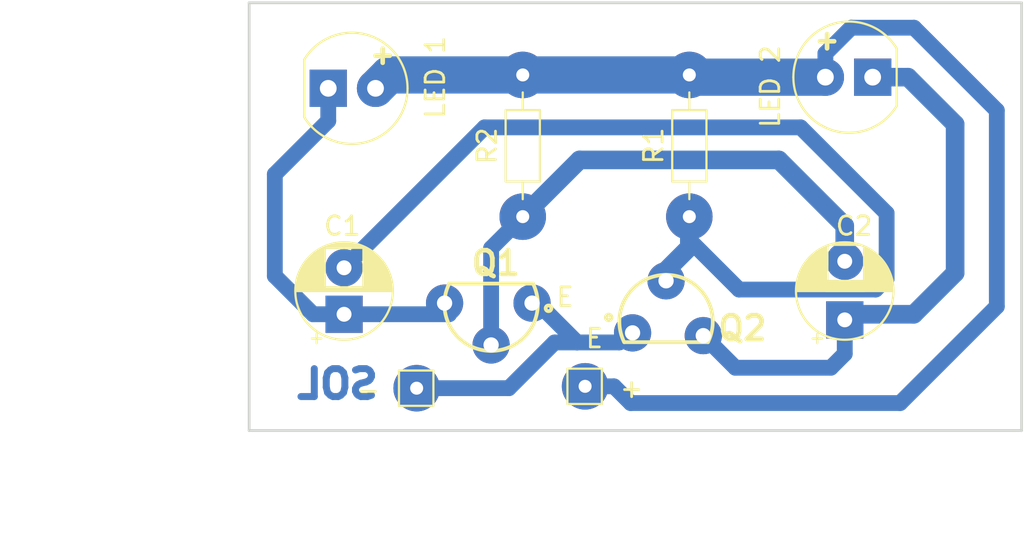
<source format=kicad_pcb>
(kicad_pcb (version 20171130) (host pcbnew "(5.1.0)-1")

  (general
    (thickness 1.6)
    (drawings 11)
    (tracks 52)
    (zones 0)
    (modules 10)
    (nets 1)
  )

  (page A4)
  (layers
    (0 F.Cu signal)
    (31 B.Cu signal hide)
    (32 B.Adhes user)
    (33 F.Adhes user)
    (34 B.Paste user)
    (35 F.Paste user)
    (36 B.SilkS user)
    (37 F.SilkS user)
    (38 B.Mask user)
    (39 F.Mask user)
    (40 Dwgs.User user hide)
    (41 Cmts.User user)
    (42 Eco1.User user)
    (43 Eco2.User user)
    (44 Edge.Cuts user)
    (45 Margin user)
    (46 B.CrtYd user hide)
    (47 F.CrtYd user hide)
    (48 B.Fab user hide)
    (49 F.Fab user hide)
  )

  (setup
    (last_trace_width 0.25)
    (user_trace_width 0.85)
    (user_trace_width 1)
    (user_trace_width 2)
    (user_trace_width 3)
    (trace_clearance 0.2)
    (zone_clearance 0.508)
    (zone_45_only no)
    (trace_min 0.2)
    (via_size 0.8)
    (via_drill 0.4)
    (via_min_size 0.4)
    (via_min_drill 0.3)
    (uvia_size 0.3)
    (uvia_drill 0.1)
    (uvias_allowed no)
    (uvia_min_size 0.2)
    (uvia_min_drill 0.1)
    (edge_width 0.15)
    (segment_width 0.2)
    (pcb_text_width 0.3)
    (pcb_text_size 1.5 1.5)
    (mod_edge_width 0.15)
    (mod_text_size 1 1)
    (mod_text_width 0.15)
    (pad_size 2 2)
    (pad_drill 0.82)
    (pad_to_mask_clearance 0.051)
    (solder_mask_min_width 0.25)
    (aux_axis_origin 0 0)
    (visible_elements 7FFFFF7F)
    (pcbplotparams
      (layerselection 0x00020_7ffffffe)
      (usegerberextensions false)
      (usegerberattributes false)
      (usegerberadvancedattributes false)
      (creategerberjobfile false)
      (excludeedgelayer false)
      (linewidth 0.100000)
      (plotframeref false)
      (viasonmask false)
      (mode 1)
      (useauxorigin false)
      (hpglpennumber 1)
      (hpglpenspeed 20)
      (hpglpendiameter 15.000000)
      (psnegative false)
      (psa4output false)
      (plotreference true)
      (plotvalue true)
      (plotinvisibletext false)
      (padsonsilk false)
      (subtractmaskfromsilk false)
      (outputformat 4)
      (mirror false)
      (drillshape 0)
      (scaleselection 1)
      (outputdirectory "output/"))
  )

  (net 0 "")

  (net_class Default "This is the default net class."
    (clearance 0.2)
    (trace_width 0.25)
    (via_dia 0.8)
    (via_drill 0.4)
    (uvia_dia 0.3)
    (uvia_drill 0.1)
  )

  (module LED_THT:LED_D5.0mm_IRBlack (layer F.Cu) (tedit 5CBFCE83) (tstamp 5CA5EDBF)
    (at 122.5 85 180)
    (descr "LED, diameter 5.0mm, 2 pins, http://cdn-reichelt.de/documents/datenblatt/A500/LL-504BC2E-009.pdf")
    (tags "LED diameter 5.0mm 2 pins")
    (fp_text reference "LED 2" (at 5.5 -0.5 270) (layer F.SilkS)
      (effects (font (size 1 1) (thickness 0.15)))
    )
    (fp_text value LED_D5.0mm_IRBlack (at 1.27 3.96 180) (layer F.Fab)
      (effects (font (size 1 1) (thickness 0.15)))
    )
    (fp_text user %R (at 1.25 0 180) (layer F.Fab)
      (effects (font (size 0.8 0.8) (thickness 0.2)))
    )
    (fp_line (start -1.23 -1.469694) (end -1.23 1.469694) (layer F.Fab) (width 0.1))
    (fp_line (start -1.29 -1.545) (end -1.29 1.545) (layer F.SilkS) (width 0.12))
    (fp_line (start -1.95 -3.25) (end -1.95 3.25) (layer F.CrtYd) (width 0.05))
    (fp_line (start -1.95 3.25) (end 4.5 3.25) (layer F.CrtYd) (width 0.05))
    (fp_line (start 4.5 3.25) (end 4.5 -3.25) (layer F.CrtYd) (width 0.05))
    (fp_line (start 4.5 -3.25) (end -1.95 -3.25) (layer F.CrtYd) (width 0.05))
    (fp_circle (center 1.27 0) (end 3.77 0) (layer F.Fab) (width 0.1))
    (fp_arc (start 1.27 0) (end -1.23 -1.469694) (angle 299.1) (layer F.Fab) (width 0.1))
    (fp_arc (start 1.27 0) (end -1.29 -1.54483) (angle 148.9) (layer F.SilkS) (width 0.12))
    (fp_arc (start 1.27 0) (end -1.29 1.54483) (angle -148.9) (layer F.SilkS) (width 0.12))
    (pad 1 thru_hole rect (at 0 0 180) (size 2 2) (drill 0.9) (layers *.Cu *.Mask))
    (pad 2 thru_hole circle (at 2.54 0 180) (size 2 2) (drill 0.9) (layers *.Cu *.Mask))
    (model ${KISYS3DMOD}/LED_THT.3dshapes/LED_D5.0mm_IRBlack.wrl
      (at (xyz 0 0 0))
      (scale (xyz 1 1 1))
      (rotate (xyz 0 0 0))
    )
  )

  (module LED_THT:LED_D5.0mm_IRBlack (layer F.Cu) (tedit 5CBFCE29) (tstamp 5CA5ED2E)
    (at 93.25 85.6)
    (descr "LED, diameter 5.0mm, 2 pins, http://cdn-reichelt.de/documents/datenblatt/A500/LL-504BC2E-009.pdf")
    (tags "LED diameter 5.0mm 2 pins")
    (fp_text reference "LED 1" (at 5.75 -0.6 90) (layer F.SilkS)
      (effects (font (size 1 1) (thickness 0.15)))
    )
    (fp_text value LED_D5.0mm_IRBlack (at 1.27 3.96) (layer F.Fab)
      (effects (font (size 1 1) (thickness 0.15)))
    )
    (fp_arc (start 1.27 0) (end -1.29 1.54483) (angle -148.9) (layer F.SilkS) (width 0.12))
    (fp_arc (start 1.27 0) (end -1.29 -1.54483) (angle 148.9) (layer F.SilkS) (width 0.12))
    (fp_arc (start 1.27 0) (end -1.23 -1.469694) (angle 299.1) (layer F.Fab) (width 0.1))
    (fp_circle (center 1.27 0) (end 3.77 0) (layer F.Fab) (width 0.1))
    (fp_line (start 4.5 -3.25) (end -1.95 -3.25) (layer F.CrtYd) (width 0.05))
    (fp_line (start 4.5 3.25) (end 4.5 -3.25) (layer F.CrtYd) (width 0.05))
    (fp_line (start -1.95 3.25) (end 4.5 3.25) (layer F.CrtYd) (width 0.05))
    (fp_line (start -1.95 -3.25) (end -1.95 3.25) (layer F.CrtYd) (width 0.05))
    (fp_line (start -1.29 -1.545) (end -1.29 1.545) (layer F.SilkS) (width 0.12))
    (fp_line (start -1.23 -1.469694) (end -1.23 1.469694) (layer F.Fab) (width 0.1))
    (fp_text user %R (at 1.25 0) (layer F.Fab)
      (effects (font (size 0.8 0.8) (thickness 0.2)))
    )
    (pad 2 thru_hole circle (at 2.54 0) (size 2 2) (drill 0.9) (layers *.Cu *.Mask))
    (pad 1 thru_hole rect (at 0 0) (size 2 2) (drill 0.9) (layers *.Cu *.Mask))
    (model ${KISYS3DMOD}/LED_THT.3dshapes/LED_D5.0mm_IRBlack.wrl
      (at (xyz 0 0 0))
      (scale (xyz 1 1 1))
      (rotate (xyz 0 0 0))
    )
  )

  (module Custom_LIB:BC547BBU (layer F.Cu) (tedit 5CA8A931) (tstamp 5CA8AAD3)
    (at 111.4 97.85)
    (descr "TO−92 3 4.825x4.76 CASE 135AN ISSUE O")
    (tags "Transistor BJT NPN")
    (fp_text reference Q2 (at 4.1 0.65) (layer F.SilkS)
      (effects (font (size 1.27 1.27) (thickness 0.254)))
    )
    (fp_text value SS9018HBU (at -0.35 0.584) (layer F.SilkS) hide
      (effects (font (size 1.27 1.27) (thickness 0.254)))
    )
    (fp_arc (start -0.000005 0.288545) (end -2.25 1.4) (angle 232.6) (layer Dwgs.User) (width 0.2))
    (fp_arc (start 0 0.28924) (end -2.25 1.4) (angle 232.5) (layer F.SilkS) (width 0.2))
    (fp_circle (center -3.084 0.07) (end -3.084 0.123) (layer F.SilkS) (width 0.2))
    (fp_line (start -2.25006 1.39989) (end 2.25 1.39989) (layer Dwgs.User) (width 0.2))
    (fp_line (start -2.25 1.4) (end 2.25 1.4) (layer F.SilkS) (width 0.2))
    (pad 3 thru_hole circle (at 2 1.05) (size 2 2) (drill 0.82) (layers *.Cu *.Mask))
    (pad 2 thru_hole circle (at 0 -1.9) (size 2 2) (drill 0.82) (layers *.Cu *.Mask))
    (pad 1 thru_hole circle (at -1.8 0.9) (size 2 2) (drill 0.82) (layers *.Cu *.Mask))
  )

  (module Custom_LIB:BC547BBU (layer F.Cu) (tedit 5CA8A8DD) (tstamp 5CA6BE49)
    (at 102 97.5 180)
    (descr "TO−92 3 4.825x4.76 CASE 135AN ISSUE O")
    (tags "Transistor BJT NPN")
    (fp_text reference Q1 (at -0.25 2.5 180) (layer F.SilkS)
      (effects (font (size 1.27 1.27) (thickness 0.254)))
    )
    (fp_text value SS9018HBU (at -0.35 0.584 180) (layer F.SilkS) hide
      (effects (font (size 1.27 1.27) (thickness 0.254)))
    )
    (fp_line (start -2.25 1.4) (end 2.25 1.4) (layer F.SilkS) (width 0.2))
    (fp_line (start -2.25006 1.39989) (end 2.25 1.39989) (layer Dwgs.User) (width 0.2))
    (fp_circle (center -3.084 0.07) (end -3.084 0.123) (layer F.SilkS) (width 0.2))
    (fp_arc (start 0 0.28924) (end -2.25 1.4) (angle 232.5) (layer F.SilkS) (width 0.2))
    (fp_arc (start -0.000005 0.288545) (end -2.25 1.4) (angle 232.6) (layer Dwgs.User) (width 0.2))
    (pad 1 thru_hole circle (at -2.2 0.35 180) (size 2 2) (drill 0.82) (layers *.Cu *.Mask))
    (pad 2 thru_hole circle (at 0 -1.9 180) (size 2 2) (drill 0.82) (layers *.Cu *.Mask))
    (pad 3 thru_hole circle (at 2.5 0.35 180) (size 2 2) (drill 0.82) (layers *.Cu *.Mask))
  )

  (module Capacitor_THT:CP_Radial_D5.0mm_P2.50mm (layer F.Cu) (tedit 5CA5E2A5) (tstamp 5CA65A31)
    (at 121 97.75 90)
    (descr "CP, Radial series, Radial, pin pitch=2.50mm, , diameter=5mm, Electrolytic Capacitor")
    (tags "CP Radial series Radial pin pitch 2.50mm  diameter 5mm Electrolytic Capacitor")
    (fp_text reference C2 (at 4.75 0.5 180) (layer F.SilkS)
      (effects (font (size 1 1) (thickness 0.15)))
    )
    (fp_text value CP_Radial_D5.0mm_P2.50mm (at 1.25 3.75 90) (layer F.Fab)
      (effects (font (size 1 1) (thickness 0.15)))
    )
    (fp_text user %R (at 1.25 0 90) (layer F.Fab)
      (effects (font (size 1 1) (thickness 0.15)))
    )
    (fp_line (start -1.304775 -1.725) (end -1.304775 -1.225) (layer F.SilkS) (width 0.12))
    (fp_line (start -1.554775 -1.475) (end -1.054775 -1.475) (layer F.SilkS) (width 0.12))
    (fp_line (start 3.851 -0.284) (end 3.851 0.284) (layer F.SilkS) (width 0.12))
    (fp_line (start 3.811 -0.518) (end 3.811 0.518) (layer F.SilkS) (width 0.12))
    (fp_line (start 3.531 1.04) (end 3.531 1.251) (layer F.SilkS) (width 0.12))
    (fp_line (start 3.531 -1.251) (end 3.675 -0.9) (layer F.SilkS) (width 0.12))
    (fp_line (start 3.491 1.04) (end 3.491 1.319) (layer F.SilkS) (width 0.12))
    (fp_line (start 3.491 -1.319) (end 3.491 -1.04) (layer F.SilkS) (width 0.12))
    (fp_line (start 3.451 1.04) (end 3.451 1.383) (layer F.SilkS) (width 0.12))
    (fp_line (start 3.451 -1.383) (end 3.451 -1.04) (layer F.SilkS) (width 0.12))
    (fp_line (start 3.411 1.04) (end 3.411 1.443) (layer F.SilkS) (width 0.12))
    (fp_line (start 3.411 -1.443) (end 3.411 -1.04) (layer F.SilkS) (width 0.12))
    (fp_line (start 3.371 1.04) (end 3.371 1.5) (layer F.SilkS) (width 0.12))
    (fp_line (start 3.371 -1.5) (end 3.371 -1.04) (layer F.SilkS) (width 0.12))
    (fp_line (start 3.331 1.04) (end 3.331 1.554) (layer F.SilkS) (width 0.12))
    (fp_line (start 3.331 -1.554) (end 3.331 -1.04) (layer F.SilkS) (width 0.12))
    (fp_line (start 3.291 1.04) (end 3.291 1.605) (layer F.SilkS) (width 0.12))
    (fp_line (start 3.291 -1.605) (end 3.291 -1.04) (layer F.SilkS) (width 0.12))
    (fp_line (start 3.251 1.04) (end 3.251 1.653) (layer F.SilkS) (width 0.12))
    (fp_line (start 3.251 -1.653) (end 3.251 -1.04) (layer F.SilkS) (width 0.12))
    (fp_line (start 3.211 1.04) (end 3.211 1.699) (layer F.SilkS) (width 0.12))
    (fp_line (start 3.211 -1.699) (end 3.211 -1.04) (layer F.SilkS) (width 0.12))
    (fp_line (start 3.171 1.04) (end 3.171 1.743) (layer F.SilkS) (width 0.12))
    (fp_line (start 3.171 -1.743) (end 3.171 -1.04) (layer F.SilkS) (width 0.12))
    (fp_line (start 3.131 1.04) (end 3.131 1.785) (layer F.SilkS) (width 0.12))
    (fp_line (start 3.131 -1.785) (end 3.131 -1.04) (layer F.SilkS) (width 0.12))
    (fp_line (start 3.091 1.04) (end 3.091 1.826) (layer F.SilkS) (width 0.12))
    (fp_line (start 3.091 -1.826) (end 3.091 -1.04) (layer F.SilkS) (width 0.12))
    (fp_line (start 3.051 1.04) (end 3.051 1.864) (layer F.SilkS) (width 0.12))
    (fp_line (start 3.051 -1.864) (end 3.051 -1.04) (layer F.SilkS) (width 0.12))
    (fp_line (start 3.011 1.04) (end 3.011 1.901) (layer F.SilkS) (width 0.12))
    (fp_line (start 3.011 -1.901) (end 3.011 -1.04) (layer F.SilkS) (width 0.12))
    (fp_line (start 2.971 1.04) (end 2.971 1.937) (layer F.SilkS) (width 0.12))
    (fp_line (start 2.971 -1.937) (end 2.971 -1.04) (layer F.SilkS) (width 0.12))
    (fp_line (start 2.931 1.04) (end 2.931 1.971) (layer F.SilkS) (width 0.12))
    (fp_line (start 2.931 -1.971) (end 2.931 -1.04) (layer F.SilkS) (width 0.12))
    (fp_line (start 2.891 1.04) (end 2.891 2.004) (layer F.SilkS) (width 0.12))
    (fp_line (start 2.891 -2.004) (end 2.891 -1.04) (layer F.SilkS) (width 0.12))
    (fp_line (start 2.851 1.04) (end 2.851 2.035) (layer F.SilkS) (width 0.12))
    (fp_line (start 2.851 -2.035) (end 2.851 -1.04) (layer F.SilkS) (width 0.12))
    (fp_line (start 2.811 1.04) (end 2.811 2.065) (layer F.SilkS) (width 0.12))
    (fp_line (start 2.811 -2.065) (end 2.811 -1.04) (layer F.SilkS) (width 0.12))
    (fp_line (start 2.771 1.04) (end 2.771 2.095) (layer F.SilkS) (width 0.12))
    (fp_line (start 2.771 -2.095) (end 2.771 -1.04) (layer F.SilkS) (width 0.12))
    (fp_line (start 2.731 1.04) (end 2.731 2.122) (layer F.SilkS) (width 0.12))
    (fp_line (start 2.731 -2.122) (end 2.731 -1.04) (layer F.SilkS) (width 0.12))
    (fp_line (start 2.691 1.04) (end 2.691 2.149) (layer F.SilkS) (width 0.12))
    (fp_line (start 2.691 -2.149) (end 2.691 -1.04) (layer F.SilkS) (width 0.12))
    (fp_line (start 2.651 1.04) (end 2.651 2.175) (layer F.SilkS) (width 0.12))
    (fp_line (start 2.651 -2.175) (end 2.651 -1.04) (layer F.SilkS) (width 0.12))
    (fp_line (start 2.611 1.04) (end 2.611 2.2) (layer F.SilkS) (width 0.12))
    (fp_line (start 2.611 -2.2) (end 2.611 -1.04) (layer F.SilkS) (width 0.12))
    (fp_line (start 2.571 1.04) (end 2.571 2.224) (layer F.SilkS) (width 0.12))
    (fp_line (start 2.571 -2.224) (end 2.571 -1.04) (layer F.SilkS) (width 0.12))
    (fp_line (start 2.531 1.04) (end 2.531 2.247) (layer F.SilkS) (width 0.12))
    (fp_line (start 2.531 -2.247) (end 2.531 -1.04) (layer F.SilkS) (width 0.12))
    (fp_line (start 2.491 1.04) (end 2.491 2.268) (layer F.SilkS) (width 0.12))
    (fp_line (start 2.491 -2.268) (end 2.491 -1.04) (layer F.SilkS) (width 0.12))
    (fp_line (start 2.451 1.04) (end 2.451 2.29) (layer F.SilkS) (width 0.12))
    (fp_line (start 2.451 -2.29) (end 2.451 -1.04) (layer F.SilkS) (width 0.12))
    (fp_line (start 2.411 1.04) (end 2.411 2.31) (layer F.SilkS) (width 0.12))
    (fp_line (start 2.411 -2.31) (end 2.411 -1.04) (layer F.SilkS) (width 0.12))
    (fp_line (start 2.371 1.04) (end 2.371 2.329) (layer F.SilkS) (width 0.12))
    (fp_line (start 2.371 -2.329) (end 2.371 -1.04) (layer F.SilkS) (width 0.12))
    (fp_line (start 2.331 1.04) (end 2.331 2.348) (layer F.SilkS) (width 0.12))
    (fp_line (start 2.331 -2.348) (end 2.331 -1.04) (layer F.SilkS) (width 0.12))
    (fp_line (start 2.291 1.04) (end 2.291 2.365) (layer F.SilkS) (width 0.12))
    (fp_line (start 2.291 -2.365) (end 2.291 -1.04) (layer F.SilkS) (width 0.12))
    (fp_line (start 2.251 1.04) (end 2.251 2.382) (layer F.SilkS) (width 0.12))
    (fp_line (start 2.251 -2.382) (end 2.251 -1.04) (layer F.SilkS) (width 0.12))
    (fp_line (start 2.211 1.04) (end 2.211 2.398) (layer F.SilkS) (width 0.12))
    (fp_line (start 2.211 -2.398) (end 2.211 -1.04) (layer F.SilkS) (width 0.12))
    (fp_line (start 2.171 1.04) (end 2.171 2.414) (layer F.SilkS) (width 0.12))
    (fp_line (start 2.171 -2.414) (end 2.171 -1.04) (layer F.SilkS) (width 0.12))
    (fp_line (start 2.131 1.04) (end 2.131 2.428) (layer F.SilkS) (width 0.12))
    (fp_line (start 2.131 -2.428) (end 2.131 -1.04) (layer F.SilkS) (width 0.12))
    (fp_line (start 2.091 1.04) (end 2.091 2.442) (layer F.SilkS) (width 0.12))
    (fp_line (start 2.091 -2.442) (end 2.091 -1.04) (layer F.SilkS) (width 0.12))
    (fp_line (start 2.051 1.04) (end 2.051 2.455) (layer F.SilkS) (width 0.12))
    (fp_line (start 2.051 -2.455) (end 2.051 -1.04) (layer F.SilkS) (width 0.12))
    (fp_line (start 2.011 1.04) (end 2.011 2.468) (layer F.SilkS) (width 0.12))
    (fp_line (start 2.011 -2.468) (end 2.011 -1.04) (layer F.SilkS) (width 0.12))
    (fp_line (start 1.971 1.04) (end 1.971 2.48) (layer F.SilkS) (width 0.12))
    (fp_line (start 1.971 -2.48) (end 1.971 -1.04) (layer F.SilkS) (width 0.12))
    (fp_line (start 1.93 1.04) (end 1.93 2.491) (layer F.SilkS) (width 0.12))
    (fp_line (start 1.93 -2.491) (end 1.93 -1.04) (layer F.SilkS) (width 0.12))
    (fp_line (start 1.89 1.04) (end 1.89 2.501) (layer F.SilkS) (width 0.12))
    (fp_line (start 1.89 -2.501) (end 1.89 -1.04) (layer F.SilkS) (width 0.12))
    (fp_line (start 1.85 1.04) (end 1.85 2.511) (layer F.SilkS) (width 0.12))
    (fp_line (start 1.85 -2.511) (end 1.85 -1.04) (layer F.SilkS) (width 0.12))
    (fp_line (start 1.81 1.04) (end 1.81 2.52) (layer F.SilkS) (width 0.12))
    (fp_line (start 1.81 -2.52) (end 1.81 -1.04) (layer F.SilkS) (width 0.12))
    (fp_line (start 1.77 1.04) (end 1.77 2.528) (layer F.SilkS) (width 0.12))
    (fp_line (start 1.77 -2.528) (end 1.77 -1.04) (layer F.SilkS) (width 0.12))
    (fp_line (start 1.73 1.04) (end 1.73 2.536) (layer F.SilkS) (width 0.12))
    (fp_line (start 1.73 -2.536) (end 1.73 -1.04) (layer F.SilkS) (width 0.12))
    (fp_line (start 1.69 1.04) (end 1.69 2.543) (layer F.SilkS) (width 0.12))
    (fp_line (start 1.69 -2.543) (end 1.69 -1.04) (layer F.SilkS) (width 0.12))
    (fp_line (start 1.65 1.04) (end 1.65 2.55) (layer F.SilkS) (width 0.12))
    (fp_line (start 1.65 -2.55) (end 1.65 -1.04) (layer F.SilkS) (width 0.12))
    (fp_line (start 1.61 1.04) (end 1.61 2.556) (layer F.SilkS) (width 0.12))
    (fp_line (start 1.61 -2.556) (end 1.61 -1.04) (layer F.SilkS) (width 0.12))
    (fp_line (start 1.57 1.04) (end 1.57 2.561) (layer F.SilkS) (width 0.12))
    (fp_line (start 1.57 -2.561) (end 1.57 -1.04) (layer F.SilkS) (width 0.12))
    (fp_line (start 1.53 1.04) (end 1.53 2.565) (layer F.SilkS) (width 0.12))
    (fp_line (start 1.53 -2.565) (end 1.53 -1.04) (layer F.SilkS) (width 0.12))
    (fp_line (start 1.49 1.04) (end 1.49 2.569) (layer F.SilkS) (width 0.12))
    (fp_line (start 1.49 -2.569) (end 1.49 -1.04) (layer F.SilkS) (width 0.12))
    (fp_line (start 1.41 -2.576) (end 1.41 2.576) (layer F.SilkS) (width 0.12))
    (fp_line (start 1.37 -2.578) (end 1.37 2.578) (layer F.SilkS) (width 0.12))
    (fp_line (start 1.33 -2.579) (end 1.33 2.579) (layer F.SilkS) (width 0.12))
    (fp_line (start 1.29 -2.58) (end 1.29 2.58) (layer F.SilkS) (width 0.12))
    (fp_line (start 1.25 -2.58) (end 1.25 2.58) (layer F.SilkS) (width 0.12))
    (fp_line (start -0.633605 -1.3375) (end -0.633605 -0.8375) (layer F.Fab) (width 0.1))
    (fp_line (start -0.883605 -1.0875) (end -0.383605 -1.0875) (layer F.Fab) (width 0.1))
    (fp_circle (center 1.25 0) (end 4 0) (layer F.CrtYd) (width 0.05))
    (fp_circle (center 1.25 0) (end 3.87 0) (layer F.SilkS) (width 0.12))
    (fp_circle (center 1.25 0) (end 3.75 0) (layer F.Fab) (width 0.1))
    (fp_poly (pts (xy 1.775 -0.75) (xy 1.775 1) (xy 1.275 1) (xy 1.275 -1)
      (xy 1.775 -1)) (layer F.SilkS) (width 0.15))
    (fp_poly (pts (xy 1.65 -1.45) (xy 3.4 -1.45) (xy 3.4 -0.95) (xy 1.4 -0.95)
      (xy 1.4 -1.45)) (layer F.SilkS) (width 0.15))
    (fp_line (start 2.675 -0.95) (end 3.6 -0.95) (layer F.SilkS) (width 0.15))
    (fp_line (start 2.6 -1.05) (end 3.525 -1.05) (layer F.SilkS) (width 0.15))
    (fp_line (start 3.75 0.275) (end 3.75 -0.65) (layer F.SilkS) (width 0.15))
    (fp_line (start 3.75 0.75) (end 3.75 0.3) (layer F.SilkS) (width 0.15))
    (pad 2 thru_hole circle (at 2.85 0 90) (size 2 2) (drill 0.8) (layers *.Cu *.Mask))
    (pad 1 thru_hole rect (at -0.3 0 90) (size 2 2) (drill 0.8) (layers *.Cu *.Mask))
    (model ${KISYS3DMOD}/Capacitor_THT.3dshapes/CP_Radial_D5.0mm_P2.50mm.wrl
      (at (xyz 0 0 0))
      (scale (xyz 1 1 1))
      (rotate (xyz 0 0 0))
    )
  )

  (module Resistor_THT:R_Axial_DIN0204_L3.6mm_D1.6mm_P7.62mm_Horizontal (layer F.Cu) (tedit 5CA5E218) (tstamp 5CBD9F31)
    (at 112.65 92.5 90)
    (descr "Resistor, Axial_DIN0204 series, Axial, Horizontal, pin pitch=7.62mm, 0.167W, length*diameter=3.6*1.6mm^2, http://cdn-reichelt.de/documents/datenblatt/B400/1_4W%23YAG.pdf")
    (tags "Resistor Axial_DIN0204 series Axial Horizontal pin pitch 7.62mm 0.167W length 3.6mm diameter 1.6mm")
    (fp_text reference R1 (at 3.81 -1.92 90) (layer F.SilkS)
      (effects (font (size 1 1) (thickness 0.15)))
    )
    (fp_text value R_Axial_DIN0204_L3.6mm_D1.6mm_P7.62mm_Horizontal (at 3.81 1.92 90) (layer F.Fab)
      (effects (font (size 1 1) (thickness 0.15)))
    )
    (fp_line (start 2.01 -0.8) (end 2.01 0.8) (layer F.Fab) (width 0.1))
    (fp_line (start 2.01 0.8) (end 5.61 0.8) (layer F.Fab) (width 0.1))
    (fp_line (start 5.61 0.8) (end 5.61 -0.8) (layer F.Fab) (width 0.1))
    (fp_line (start 5.61 -0.8) (end 2.01 -0.8) (layer F.Fab) (width 0.1))
    (fp_line (start 0 0) (end 2.01 0) (layer F.Fab) (width 0.1))
    (fp_line (start 7.62 0) (end 5.61 0) (layer F.Fab) (width 0.1))
    (fp_line (start 1.89 -0.92) (end 1.89 0.92) (layer F.SilkS) (width 0.12))
    (fp_line (start 1.89 0.92) (end 5.73 0.92) (layer F.SilkS) (width 0.12))
    (fp_line (start 5.73 0.92) (end 5.73 -0.92) (layer F.SilkS) (width 0.12))
    (fp_line (start 5.73 -0.92) (end 1.89 -0.92) (layer F.SilkS) (width 0.12))
    (fp_line (start 0.94 0) (end 1.89 0) (layer F.SilkS) (width 0.12))
    (fp_line (start 6.68 0) (end 5.73 0) (layer F.SilkS) (width 0.12))
    (fp_line (start -0.95 -1.05) (end -0.95 1.05) (layer F.CrtYd) (width 0.05))
    (fp_line (start -0.95 1.05) (end 8.57 1.05) (layer F.CrtYd) (width 0.05))
    (fp_line (start 8.57 1.05) (end 8.57 -1.05) (layer F.CrtYd) (width 0.05))
    (fp_line (start 8.57 -1.05) (end -0.95 -1.05) (layer F.CrtYd) (width 0.05))
    (fp_text user %R (at 3.81 0 90) (layer F.Fab)
      (effects (font (size 0.72 0.72) (thickness 0.108)))
    )
    (pad 1 thru_hole circle (at 0 0 90) (size 2.5 2.5) (drill 0.7) (layers *.Cu *.Mask))
    (pad 2 thru_hole oval (at 7.62 0 90) (size 2.5 2.5) (drill 0.7) (layers *.Cu *.Mask))
    (model ${KISYS3DMOD}/Resistor_THT.3dshapes/R_Axial_DIN0204_L3.6mm_D1.6mm_P7.62mm_Horizontal.wrl
      (at (xyz 0 0 0))
      (scale (xyz 1 1 1))
      (rotate (xyz 0 0 0))
    )
  )

  (module Resistor_THT:R_Axial_DIN0204_L3.6mm_D1.6mm_P7.62mm_Horizontal (layer F.Cu) (tedit 5CA5E208) (tstamp 5CBD9F19)
    (at 103.7 92.5 90)
    (descr "Resistor, Axial_DIN0204 series, Axial, Horizontal, pin pitch=7.62mm, 0.167W, length*diameter=3.6*1.6mm^2, http://cdn-reichelt.de/documents/datenblatt/B400/1_4W%23YAG.pdf")
    (tags "Resistor Axial_DIN0204 series Axial Horizontal pin pitch 7.62mm 0.167W length 3.6mm diameter 1.6mm")
    (fp_text reference R2 (at 3.81 -1.92 90) (layer F.SilkS)
      (effects (font (size 1 1) (thickness 0.15)))
    )
    (fp_text value R_Axial_DIN0204_L3.6mm_D1.6mm_P7.62mm_Horizontal (at 3.81 1.92 90) (layer F.Fab)
      (effects (font (size 1 1) (thickness 0.15)))
    )
    (fp_text user %R (at 3.81 0 90) (layer F.Fab)
      (effects (font (size 0.72 0.72) (thickness 0.108)))
    )
    (fp_line (start 8.57 -1.05) (end -0.95 -1.05) (layer F.CrtYd) (width 0.05))
    (fp_line (start 8.57 1.05) (end 8.57 -1.05) (layer F.CrtYd) (width 0.05))
    (fp_line (start -0.95 1.05) (end 8.57 1.05) (layer F.CrtYd) (width 0.05))
    (fp_line (start -0.95 -1.05) (end -0.95 1.05) (layer F.CrtYd) (width 0.05))
    (fp_line (start 6.68 0) (end 5.73 0) (layer F.SilkS) (width 0.12))
    (fp_line (start 0.94 0) (end 1.89 0) (layer F.SilkS) (width 0.12))
    (fp_line (start 5.73 -0.92) (end 1.89 -0.92) (layer F.SilkS) (width 0.12))
    (fp_line (start 5.73 0.92) (end 5.73 -0.92) (layer F.SilkS) (width 0.12))
    (fp_line (start 1.89 0.92) (end 5.73 0.92) (layer F.SilkS) (width 0.12))
    (fp_line (start 1.89 -0.92) (end 1.89 0.92) (layer F.SilkS) (width 0.12))
    (fp_line (start 7.62 0) (end 5.61 0) (layer F.Fab) (width 0.1))
    (fp_line (start 0 0) (end 2.01 0) (layer F.Fab) (width 0.1))
    (fp_line (start 5.61 -0.8) (end 2.01 -0.8) (layer F.Fab) (width 0.1))
    (fp_line (start 5.61 0.8) (end 5.61 -0.8) (layer F.Fab) (width 0.1))
    (fp_line (start 2.01 0.8) (end 5.61 0.8) (layer F.Fab) (width 0.1))
    (fp_line (start 2.01 -0.8) (end 2.01 0.8) (layer F.Fab) (width 0.1))
    (pad 2 thru_hole oval (at 7.62 0 90) (size 2.5 2.5) (drill 0.7) (layers *.Cu *.Mask))
    (pad 1 thru_hole circle (at 0 0 90) (size 2.5 2.5) (drill 0.7) (layers *.Cu *.Mask))
    (model ${KISYS3DMOD}/Resistor_THT.3dshapes/R_Axial_DIN0204_L3.6mm_D1.6mm_P7.62mm_Horizontal.wrl
      (at (xyz 0 0 0))
      (scale (xyz 1 1 1))
      (rotate (xyz 0 0 0))
    )
  )

  (module Capacitor_THT:CP_Radial_D5.0mm_P2.50mm (layer F.Cu) (tedit 5CA5E2C5) (tstamp 5CA65909)
    (at 94.1 97.75 90)
    (descr "CP, Radial series, Radial, pin pitch=2.50mm, , diameter=5mm, Electrolytic Capacitor")
    (tags "CP Radial series Radial pin pitch 2.50mm  diameter 5mm Electrolytic Capacitor")
    (fp_text reference C1 (at 4.75 -0.1 180) (layer F.SilkS)
      (effects (font (size 1 1) (thickness 0.15)))
    )
    (fp_text value CP_Radial_D5.0mm_P2.50mm (at 1.25 3.75 90) (layer F.Fab)
      (effects (font (size 1 1) (thickness 0.15)))
    )
    (fp_text user %R (at 1.25 0 90) (layer F.Fab)
      (effects (font (size 1 1) (thickness 0.15)))
    )
    (fp_line (start -1.304775 -1.725) (end -1.304775 -1.225) (layer F.SilkS) (width 0.12))
    (fp_line (start -1.554775 -1.475) (end -1.054775 -1.475) (layer F.SilkS) (width 0.12))
    (fp_line (start 3.851 -0.284) (end 3.851 0.284) (layer F.SilkS) (width 0.12))
    (fp_line (start 3.811 -0.518) (end 3.811 0.518) (layer F.SilkS) (width 0.12))
    (fp_line (start 3.771 -0.677) (end 3.771 0.677) (layer F.SilkS) (width 0.12))
    (fp_line (start 3.731 -0.805) (end 3.731 0.805) (layer F.SilkS) (width 0.12))
    (fp_line (start 3.691 -0.915) (end 3.691 0.915) (layer F.SilkS) (width 0.12))
    (fp_line (start 3.651 -1.011) (end 3.651 1.011) (layer F.SilkS) (width 0.12))
    (fp_line (start 3.611 -1.098) (end 3.611 1.098) (layer F.SilkS) (width 0.12))
    (fp_line (start 3.571 -1.178) (end 3.571 1.178) (layer F.SilkS) (width 0.12))
    (fp_line (start 3.531 1.04) (end 3.531 1.251) (layer F.SilkS) (width 0.12))
    (fp_line (start 3.531 -1.251) (end 3.531 -1.04) (layer F.SilkS) (width 0.12))
    (fp_line (start 3.491 1.04) (end 3.491 1.319) (layer F.SilkS) (width 0.12))
    (fp_line (start 3.491 -1.319) (end 3.491 -1.04) (layer F.SilkS) (width 0.12))
    (fp_line (start 3.451 1.04) (end 3.451 1.383) (layer F.SilkS) (width 0.12))
    (fp_line (start 3.451 -1.383) (end 3.451 -1.04) (layer F.SilkS) (width 0.12))
    (fp_line (start 3.411 1.04) (end 3.411 1.443) (layer F.SilkS) (width 0.12))
    (fp_line (start 3.411 -1.443) (end 3.411 -1.04) (layer F.SilkS) (width 0.12))
    (fp_line (start 3.371 1.04) (end 3.371 1.5) (layer F.SilkS) (width 0.12))
    (fp_line (start 3.371 -1.5) (end 3.371 -1.04) (layer F.SilkS) (width 0.12))
    (fp_line (start 3.331 1.04) (end 3.331 1.554) (layer F.SilkS) (width 0.12))
    (fp_line (start 3.331 -1.554) (end 3.331 -1.04) (layer F.SilkS) (width 0.12))
    (fp_line (start 3.291 1.04) (end 3.291 1.605) (layer F.SilkS) (width 0.12))
    (fp_line (start 3.291 -1.605) (end 3.291 -1.04) (layer F.SilkS) (width 0.12))
    (fp_line (start 3.251 1.04) (end 3.251 1.653) (layer F.SilkS) (width 0.12))
    (fp_line (start 3.251 -1.653) (end 3.251 -1.04) (layer F.SilkS) (width 0.12))
    (fp_line (start 3.211 1.04) (end 3.211 1.699) (layer F.SilkS) (width 0.12))
    (fp_line (start 3.211 -1.699) (end 3.211 -1.04) (layer F.SilkS) (width 0.12))
    (fp_line (start 3.171 1.04) (end 3.171 1.743) (layer F.SilkS) (width 0.12))
    (fp_line (start 3.171 -1.743) (end 3.171 -1.04) (layer F.SilkS) (width 0.12))
    (fp_line (start 3.131 1.04) (end 3.131 1.785) (layer F.SilkS) (width 0.12))
    (fp_line (start 3.131 -1.785) (end 3.131 -1.04) (layer F.SilkS) (width 0.12))
    (fp_line (start 3.091 1.04) (end 3.091 1.826) (layer F.SilkS) (width 0.12))
    (fp_line (start 3.091 -1.826) (end 3.091 -1.04) (layer F.SilkS) (width 0.12))
    (fp_line (start 3.051 1.04) (end 3.051 1.864) (layer F.SilkS) (width 0.12))
    (fp_line (start 3.051 -1.864) (end 3.051 -1.04) (layer F.SilkS) (width 0.12))
    (fp_line (start 3.011 1.04) (end 3.011 1.901) (layer F.SilkS) (width 0.12))
    (fp_line (start 3.011 -1.901) (end 3.011 -1.04) (layer F.SilkS) (width 0.12))
    (fp_line (start 2.971 1.04) (end 2.971 1.937) (layer F.SilkS) (width 0.12))
    (fp_line (start 2.971 -1.937) (end 2.971 -1.04) (layer F.SilkS) (width 0.12))
    (fp_line (start 2.931 1.04) (end 2.931 1.971) (layer F.SilkS) (width 0.12))
    (fp_line (start 2.931 -1.971) (end 2.931 -1.04) (layer F.SilkS) (width 0.12))
    (fp_line (start 2.891 1.04) (end 2.891 2.004) (layer F.SilkS) (width 0.12))
    (fp_line (start 2.891 -2.004) (end 2.891 -1.04) (layer F.SilkS) (width 0.12))
    (fp_line (start 2.851 1.04) (end 2.851 2.035) (layer F.SilkS) (width 0.12))
    (fp_line (start 2.851 -2.035) (end 2.851 -1.04) (layer F.SilkS) (width 0.12))
    (fp_line (start 2.811 1.04) (end 2.811 2.065) (layer F.SilkS) (width 0.12))
    (fp_line (start 2.811 -2.065) (end 2.811 -1.04) (layer F.SilkS) (width 0.12))
    (fp_line (start 2.771 1.04) (end 2.771 2.095) (layer F.SilkS) (width 0.12))
    (fp_line (start 2.771 -2.095) (end 2.771 -1.04) (layer F.SilkS) (width 0.12))
    (fp_line (start 2.731 1.04) (end 2.731 2.122) (layer F.SilkS) (width 0.12))
    (fp_line (start 2.731 -2.122) (end 2.731 -1.04) (layer F.SilkS) (width 0.12))
    (fp_line (start 2.691 1.04) (end 2.691 2.149) (layer F.SilkS) (width 0.12))
    (fp_line (start 2.691 -2.149) (end 2.691 -1.04) (layer F.SilkS) (width 0.12))
    (fp_line (start 2.651 1.04) (end 2.651 2.175) (layer F.SilkS) (width 0.12))
    (fp_line (start 2.651 -2.175) (end 2.651 -1.04) (layer F.SilkS) (width 0.12))
    (fp_line (start 2.611 1.04) (end 2.611 2.2) (layer F.SilkS) (width 0.12))
    (fp_line (start 2.611 -2.2) (end 2.611 -1.04) (layer F.SilkS) (width 0.12))
    (fp_line (start 2.571 1.04) (end 2.571 2.224) (layer F.SilkS) (width 0.12))
    (fp_line (start 2.571 -2.224) (end 2.571 -1.04) (layer F.SilkS) (width 0.12))
    (fp_line (start 2.531 1.04) (end 2.531 2.247) (layer F.SilkS) (width 0.12))
    (fp_line (start 2.531 -2.247) (end 2.531 -1.04) (layer F.SilkS) (width 0.12))
    (fp_line (start 2.491 1.04) (end 2.491 2.268) (layer F.SilkS) (width 0.12))
    (fp_line (start 2.491 -2.268) (end 2.491 -1.04) (layer F.SilkS) (width 0.12))
    (fp_line (start 2.451 1.04) (end 2.451 2.29) (layer F.SilkS) (width 0.12))
    (fp_line (start 2.451 -2.29) (end 2.451 -1.04) (layer F.SilkS) (width 0.12))
    (fp_line (start 2.411 1.04) (end 2.411 2.31) (layer F.SilkS) (width 0.12))
    (fp_line (start 2.411 -2.31) (end 2.411 -1.04) (layer F.SilkS) (width 0.12))
    (fp_line (start 2.371 1.04) (end 2.371 2.329) (layer F.SilkS) (width 0.12))
    (fp_line (start 2.371 -2.329) (end 2.371 -1.04) (layer F.SilkS) (width 0.12))
    (fp_line (start 2.331 1.04) (end 2.331 2.348) (layer F.SilkS) (width 0.12))
    (fp_line (start 2.331 -2.348) (end 2.331 -1.04) (layer F.SilkS) (width 0.12))
    (fp_line (start 2.291 1.04) (end 2.291 2.365) (layer F.SilkS) (width 0.12))
    (fp_line (start 2.291 -2.365) (end 2.291 -1.04) (layer F.SilkS) (width 0.12))
    (fp_line (start 2.251 1.04) (end 2.251 2.382) (layer F.SilkS) (width 0.12))
    (fp_line (start 2.251 -2.382) (end 2.251 -1.04) (layer F.SilkS) (width 0.12))
    (fp_line (start 2.211 1.04) (end 2.211 2.398) (layer F.SilkS) (width 0.12))
    (fp_line (start 2.211 -2.398) (end 2.211 -1.04) (layer F.SilkS) (width 0.12))
    (fp_line (start 2.171 1.04) (end 2.171 2.414) (layer F.SilkS) (width 0.12))
    (fp_line (start 2.171 -2.414) (end 2.171 -1.04) (layer F.SilkS) (width 0.12))
    (fp_line (start 2.131 1.04) (end 2.131 2.428) (layer F.SilkS) (width 0.12))
    (fp_line (start 2.131 -2.428) (end 2.131 -1.04) (layer F.SilkS) (width 0.12))
    (fp_line (start 2.091 1.04) (end 2.091 2.442) (layer F.SilkS) (width 0.12))
    (fp_line (start 2.091 -2.442) (end 2.091 -1.04) (layer F.SilkS) (width 0.12))
    (fp_line (start 2.051 1.04) (end 2.051 2.455) (layer F.SilkS) (width 0.12))
    (fp_line (start 2.051 -2.455) (end 2.051 -1.04) (layer F.SilkS) (width 0.12))
    (fp_line (start 2.011 1.04) (end 2.011 2.468) (layer F.SilkS) (width 0.12))
    (fp_line (start 2.011 -2.468) (end 2.011 -1.04) (layer F.SilkS) (width 0.12))
    (fp_line (start 1.971 1.04) (end 1.971 2.48) (layer F.SilkS) (width 0.12))
    (fp_line (start 1.971 -2.48) (end 1.971 -1.04) (layer F.SilkS) (width 0.12))
    (fp_line (start 1.93 1.04) (end 1.93 2.491) (layer F.SilkS) (width 0.12))
    (fp_line (start 1.93 -2.491) (end 1.93 -1.04) (layer F.SilkS) (width 0.12))
    (fp_line (start 1.89 1.04) (end 1.89 2.501) (layer F.SilkS) (width 0.12))
    (fp_line (start 1.89 -2.501) (end 1.89 -1.04) (layer F.SilkS) (width 0.12))
    (fp_line (start 1.85 1.04) (end 1.85 2.511) (layer F.SilkS) (width 0.12))
    (fp_line (start 1.85 -2.511) (end 1.85 -1.04) (layer F.SilkS) (width 0.12))
    (fp_line (start 1.81 1.04) (end 1.81 2.52) (layer F.SilkS) (width 0.12))
    (fp_line (start 1.81 -2.52) (end 1.81 -1.04) (layer F.SilkS) (width 0.12))
    (fp_line (start 1.77 1.04) (end 1.77 2.528) (layer F.SilkS) (width 0.12))
    (fp_line (start 1.77 -2.528) (end 1.77 -1.04) (layer F.SilkS) (width 0.12))
    (fp_line (start 1.73 1.04) (end 1.73 2.536) (layer F.SilkS) (width 0.12))
    (fp_line (start 1.73 -2.536) (end 1.73 -1.04) (layer F.SilkS) (width 0.12))
    (fp_line (start 1.69 1.04) (end 1.69 2.543) (layer F.SilkS) (width 0.12))
    (fp_line (start 1.69 -2.543) (end 1.69 -1.04) (layer F.SilkS) (width 0.12))
    (fp_line (start 1.65 1.04) (end 1.65 2.55) (layer F.SilkS) (width 0.12))
    (fp_line (start 1.65 -2.55) (end 1.65 -1.04) (layer F.SilkS) (width 0.12))
    (fp_line (start 1.61 1.04) (end 1.61 2.556) (layer F.SilkS) (width 0.12))
    (fp_line (start 1.61 -2.556) (end 1.61 -1.04) (layer F.SilkS) (width 0.12))
    (fp_line (start 1.57 1.04) (end 1.57 2.561) (layer F.SilkS) (width 0.12))
    (fp_line (start 1.57 -2.561) (end 1.57 -1.04) (layer F.SilkS) (width 0.12))
    (fp_line (start 1.53 1.04) (end 1.53 2.565) (layer F.SilkS) (width 0.12))
    (fp_line (start 1.53 -2.565) (end 1.53 -1.04) (layer F.SilkS) (width 0.12))
    (fp_line (start 1.49 1.04) (end 1.49 2.569) (layer F.SilkS) (width 0.12))
    (fp_line (start 1.49 -2.569) (end 1.49 -1.04) (layer F.SilkS) (width 0.12))
    (fp_line (start 1.45 -2.573) (end 1.45 2.573) (layer F.SilkS) (width 0.12))
    (fp_line (start 1.41 -2.576) (end 1.41 2.576) (layer F.SilkS) (width 0.12))
    (fp_line (start 1.37 -2.578) (end 1.37 2.578) (layer F.SilkS) (width 0.12))
    (fp_line (start 1.33 -2.579) (end 1.33 2.579) (layer F.SilkS) (width 0.12))
    (fp_line (start 1.29 -2.58) (end 1.29 2.58) (layer F.SilkS) (width 0.12))
    (fp_line (start 1.25 -2.58) (end 1.25 2.58) (layer F.SilkS) (width 0.12))
    (fp_line (start -0.633605 -1.3375) (end -0.633605 -0.8375) (layer F.Fab) (width 0.1))
    (fp_line (start -0.883605 -1.0875) (end -0.383605 -1.0875) (layer F.Fab) (width 0.1))
    (fp_circle (center 1.25 0) (end 4 0) (layer F.CrtYd) (width 0.05))
    (fp_circle (center 1.25 0) (end 3.87 0) (layer F.SilkS) (width 0.12))
    (fp_circle (center 1.25 0) (end 3.75 0) (layer F.Fab) (width 0.1))
    (pad 2 thru_hole circle (at 2.5 0 90) (size 2 2) (drill 0.8) (layers *.Cu *.Mask))
    (pad 1 thru_hole rect (at 0 0 90) (size 2 2) (drill 0.8) (layers *.Cu *.Mask))
    (model ${KISYS3DMOD}/Capacitor_THT.3dshapes/CP_Radial_D5.0mm_P2.50mm.wrl
      (at (xyz 0 0 0))
      (scale (xyz 1 1 1))
      (rotate (xyz 0 0 0))
    )
  )

  (module Connector_Pin:Pin_D0.7mm_L6.5mm_W1.8mm_FlatFork (layer F.Cu) (tedit 5CA5E2DF) (tstamp 5CA65DCD)
    (at 98 101.725)
    (descr "solder Pin_ with flat fork, hole diameter 0.7mm, length 6.5mm, width 1.8mm")
    (tags "solder Pin_ with flat fork")
    (fp_text reference - (at -2.6 0.1) (layer F.SilkS)
      (effects (font (size 1 1) (thickness 0.15)))
    )
    (fp_text value Pin_D0.7mm_L6.5mm_W1.8mm_FlatFork (at 0 -1.8) (layer F.Fab)
      (effects (font (size 1 1) (thickness 0.15)))
    )
    (fp_line (start 1.35 1.2) (end -1.4 1.2) (layer F.CrtYd) (width 0.05))
    (fp_line (start 1.35 1.2) (end 1.35 -1.2) (layer F.CrtYd) (width 0.05))
    (fp_line (start -1.4 -1.2) (end -1.4 1.2) (layer F.CrtYd) (width 0.05))
    (fp_line (start -1.4 -1.2) (end 1.35 -1.2) (layer F.CrtYd) (width 0.05))
    (fp_line (start -0.9 0.25) (end -0.9 -0.25) (layer F.Fab) (width 0.12))
    (fp_line (start 0.85 0.25) (end -0.9 0.25) (layer F.Fab) (width 0.12))
    (fp_line (start 0.85 -0.25) (end 0.85 0.25) (layer F.Fab) (width 0.12))
    (fp_line (start -0.9 -0.25) (end 0.85 -0.25) (layer F.Fab) (width 0.12))
    (fp_line (start 0.9 -0.95) (end -0.95 -0.95) (layer F.SilkS) (width 0.12))
    (fp_line (start 0.9 -0.9) (end 0.9 -0.95) (layer F.SilkS) (width 0.12))
    (fp_line (start 0.9 0.95) (end 0.9 -0.9) (layer F.SilkS) (width 0.12))
    (fp_line (start -0.95 0.95) (end 0.9 0.95) (layer F.SilkS) (width 0.12))
    (fp_line (start -0.95 -0.95) (end -0.95 0.95) (layer F.SilkS) (width 0.12))
    (fp_text user %R (at 0 1.8) (layer F.Fab)
      (effects (font (size 1 1) (thickness 0.15)))
    )
    (pad 1 thru_hole circle (at 0 0) (size 2.5 2.5) (drill 0.7) (layers *.Cu *.Mask))
    (model ${KISYS3DMOD}/Connector_Pin.3dshapes/Pin_D0.7mm_L6.5mm_W1.8mm_FlatFork.wrl
      (at (xyz 0 0 0))
      (scale (xyz 1 1 1))
      (rotate (xyz 0 0 0))
    )
  )

  (module Connector_Pin:Pin_D0.7mm_L6.5mm_W1.8mm_FlatFork (layer F.Cu) (tedit 5CA5E2EC) (tstamp 5CA65E96)
    (at 107.05 101.625)
    (descr "solder Pin_ with flat fork, hole diameter 0.7mm, length 6.5mm, width 1.8mm")
    (tags "solder Pin_ with flat fork")
    (fp_text reference + (at 2.5 0.1) (layer F.SilkS)
      (effects (font (size 1 1) (thickness 0.15)))
    )
    (fp_text value Pin_D0.7mm_L6.5mm_W1.8mm_FlatFork (at 0 -1.8) (layer F.Fab)
      (effects (font (size 1 1) (thickness 0.15)))
    )
    (fp_line (start 1.35 1.2) (end -1.4 1.2) (layer F.CrtYd) (width 0.05))
    (fp_line (start 1.35 1.2) (end 1.35 -1.2) (layer F.CrtYd) (width 0.05))
    (fp_line (start -1.4 -1.2) (end -1.4 1.2) (layer F.CrtYd) (width 0.05))
    (fp_line (start -1.4 -1.2) (end 1.35 -1.2) (layer F.CrtYd) (width 0.05))
    (fp_line (start -0.9 0.25) (end -0.9 -0.25) (layer F.Fab) (width 0.12))
    (fp_line (start 0.85 0.25) (end -0.9 0.25) (layer F.Fab) (width 0.12))
    (fp_line (start 0.85 -0.25) (end 0.85 0.25) (layer F.Fab) (width 0.12))
    (fp_line (start -0.9 -0.25) (end 0.85 -0.25) (layer F.Fab) (width 0.12))
    (fp_line (start 0.9 -0.95) (end -0.95 -0.95) (layer F.SilkS) (width 0.12))
    (fp_line (start 0.9 -0.9) (end 0.9 -0.95) (layer F.SilkS) (width 0.12))
    (fp_line (start 0.9 0.95) (end 0.9 -0.9) (layer F.SilkS) (width 0.12))
    (fp_line (start -0.95 0.95) (end 0.9 0.95) (layer F.SilkS) (width 0.12))
    (fp_line (start -0.95 -0.95) (end -0.95 0.95) (layer F.SilkS) (width 0.12))
    (fp_text user %R (at 0 1.8) (layer F.Fab)
      (effects (font (size 1 1) (thickness 0.15)))
    )
    (pad 1 thru_hole circle (at 0 0) (size 2.5 2.5) (drill 0.7) (layers *.Cu *.Mask))
    (model ${KISYS3DMOD}/Connector_Pin.3dshapes/Pin_D0.7mm_L6.5mm_W1.8mm_FlatFork.wrl
      (at (xyz 0 0 0))
      (scale (xyz 1 1 1))
      (rotate (xyz 0 0 0))
    )
  )

  (gr_text + (at 120.05 83) (layer F.SilkS) (tstamp 5CC02069)
    (effects (font (size 1 1) (thickness 0.25)))
  )
  (gr_text + (at 96.175 83.775) (layer F.SilkS)
    (effects (font (size 1 1) (thickness 0.25)))
  )
  (gr_text E (at 107.55 99.05) (layer F.SilkS)
    (effects (font (size 1 1) (thickness 0.15)))
  )
  (gr_text E (at 105.975 96.825) (layer F.SilkS)
    (effects (font (size 1 1) (thickness 0.15)))
  )
  (gr_text SOL (at 93.75 101.5) (layer B.Cu)
    (effects (font (size 1.5 1.5) (thickness 0.375)) (justify mirror))
  )
  (dimension 23 (width 0.3) (layer Margin)
    (gr_text "23.000 mm" (at 81.15 92.5 90) (layer Margin)
      (effects (font (size 1.5 1.5) (thickness 0.3)))
    )
    (feature1 (pts (xy 89 81) (xy 82.663579 81)))
    (feature2 (pts (xy 89 104) (xy 82.663579 104)))
    (crossbar (pts (xy 83.25 104) (xy 83.25 81)))
    (arrow1a (pts (xy 83.25 81) (xy 83.836421 82.126504)))
    (arrow1b (pts (xy 83.25 81) (xy 82.663579 82.126504)))
    (arrow2a (pts (xy 83.25 104) (xy 83.836421 102.873496)))
    (arrow2b (pts (xy 83.25 104) (xy 82.663579 102.873496)))
  )
  (dimension 41.5 (width 0.3) (layer Margin)
    (gr_text "41.500 mm" (at 109.75 112.35) (layer Margin)
      (effects (font (size 1.5 1.5) (thickness 0.3)))
    )
    (feature1 (pts (xy 130.5 104) (xy 130.5 110.836421)))
    (feature2 (pts (xy 89 104) (xy 89 110.836421)))
    (crossbar (pts (xy 89 110.25) (xy 130.5 110.25)))
    (arrow1a (pts (xy 130.5 110.25) (xy 129.373496 110.836421)))
    (arrow1b (pts (xy 130.5 110.25) (xy 129.373496 109.663579)))
    (arrow2a (pts (xy 89 110.25) (xy 90.126504 110.836421)))
    (arrow2b (pts (xy 89 110.25) (xy 90.126504 109.663579)))
  )
  (gr_line (start 89 81) (end 130.5 81) (layer Edge.Cuts) (width 0.15))
  (gr_line (start 89 104) (end 89 81) (layer Edge.Cuts) (width 0.15))
  (gr_line (start 130.5 104) (end 89 104) (layer Edge.Cuts) (width 0.15))
  (gr_line (start 130.5 81) (end 130.5 104) (layer Edge.Cuts) (width 0.15))

  (segment (start 112.77 85) (end 112.65 84.88) (width 2) (layer B.Cu) (net 0))
  (segment (start 119.96 85) (end 112.77 85) (width 2) (layer B.Cu) (net 0))
  (segment (start 112.65 84.88) (end 103.7 84.88) (width 2) (layer B.Cu) (net 0))
  (segment (start 96.51 84.88) (end 95.79 85.6) (width 2) (layer B.Cu) (net 0))
  (segment (start 103.7 84.88) (end 96.51 84.88) (width 2) (layer B.Cu) (net 0))
  (segment (start 124.4 85) (end 126.93 87.53) (width 1) (layer B.Cu) (net 0))
  (segment (start 122.5 85) (end 124.4 85) (width 1) (layer B.Cu) (net 0))
  (segment (start 126.93 87.53) (end 126.93 95.53) (width 1) (layer B.Cu) (net 0))
  (segment (start 124.71 97.75) (end 121 97.75) (width 1) (layer B.Cu) (net 0))
  (segment (start 126.93 95.53) (end 124.71 97.75) (width 1) (layer B.Cu) (net 0))
  (segment (start 93.25 87.35) (end 90.38 90.22) (width 0.85) (layer B.Cu) (net 0))
  (segment (start 93.25 85.6) (end 93.25 87.35) (width 0.85) (layer B.Cu) (net 0))
  (segment (start 90.38 90.22) (end 90.38 95.69) (width 0.85) (layer B.Cu) (net 0))
  (segment (start 92.44 97.75) (end 94.1 97.75) (width 0.85) (layer B.Cu) (net 0))
  (segment (start 90.38 95.69) (end 92.44 97.75) (width 0.85) (layer B.Cu) (net 0))
  (segment (start 112.65 94.15) (end 112.65 92.5) (width 1) (layer B.Cu) (net 0))
  (segment (start 111.4 95.4) (end 112.65 94.15) (width 1) (layer B.Cu) (net 0))
  (segment (start 104.479594 97.125) (end 106.62 99.265406) (width 0.85) (layer B.Cu) (net 0))
  (segment (start 103.777297 97.35) (end 104.731891 97.35) (width 0.85) (layer B.Cu) (net 0))
  (segment (start 94.1 97.75) (end 99.75 97.75) (width 0.85) (layer B.Cu) (net 0))
  (segment (start 102 94.2) (end 103.7 92.5) (width 0.85) (layer B.Cu) (net 0))
  (segment (start 102 98.625) (end 102 94.2) (width 0.85) (layer B.Cu) (net 0))
  (segment (start 108.884594 99.265406) (end 109.9 98.25) (width 0.85) (layer B.Cu) (net 0))
  (segment (start 106.62 99.265406) (end 108.884594 99.265406) (width 0.85) (layer B.Cu) (net 0))
  (segment (start 106.62 99.265406) (end 105.409594 99.265406) (width 0.85) (layer B.Cu) (net 0))
  (segment (start 102.95 101.725) (end 98 101.725) (width 0.85) (layer B.Cu) (net 0))
  (segment (start 105.409594 99.265406) (end 102.95 101.725) (width 0.85) (layer B.Cu) (net 0))
  (segment (start 108.6 101.625) (end 107.05 101.625) (width 0.85) (layer B.Cu) (net 0))
  (segment (start 119.96 83.727208) (end 121.347208 82.34) (width 0.85) (layer B.Cu) (net 0))
  (segment (start 123.975 102.525) (end 109.5 102.525) (width 0.85) (layer B.Cu) (net 0))
  (segment (start 119.96 85) (end 119.96 83.727208) (width 0.85) (layer B.Cu) (net 0))
  (segment (start 121.347208 82.34) (end 124.72 82.34) (width 0.85) (layer B.Cu) (net 0))
  (segment (start 109.5 102.525) (end 108.6 101.625) (width 0.85) (layer B.Cu) (net 0))
  (segment (start 124.72 82.34) (end 129.17 86.79) (width 0.85) (layer B.Cu) (net 0))
  (segment (start 129.17 86.79) (end 129.17 97.33) (width 0.85) (layer B.Cu) (net 0))
  (segment (start 129.17 97.33) (end 123.975 102.525) (width 0.85) (layer B.Cu) (net 0))
  (segment (start 115.32 96.42) (end 112.65 93.75) (width 0.85) (layer B.Cu) (net 0))
  (segment (start 112.65 93.75) (end 112.65 92.5) (width 0.85) (layer B.Cu) (net 0))
  (segment (start 101.65 87.7) (end 118.63 87.7) (width 0.85) (layer B.Cu) (net 0))
  (segment (start 94.1 95.25) (end 101.65 87.7) (width 0.85) (layer B.Cu) (net 0))
  (segment (start 118.63 87.7) (end 123.25 92.32) (width 0.85) (layer B.Cu) (net 0))
  (segment (start 123.25 92.32) (end 123.25 95.83) (width 0.85) (layer B.Cu) (net 0))
  (segment (start 123.25 95.83) (end 122.66 96.42) (width 0.85) (layer B.Cu) (net 0))
  (segment (start 122.66 96.42) (end 115.32 96.42) (width 0.85) (layer B.Cu) (net 0))
  (segment (start 121 92.99) (end 121 95.25) (width 1) (layer B.Cu) (net 0))
  (segment (start 117.46 89.45) (end 121 92.99) (width 1) (layer B.Cu) (net 0))
  (segment (start 103.7 92.5) (end 106.75 89.45) (width 1) (layer B.Cu) (net 0))
  (segment (start 106.75 89.45) (end 117.46 89.45) (width 1) (layer B.Cu) (net 0))
  (segment (start 115.125 100.625) (end 113.4 98.9) (width 0.85) (layer B.Cu) (net 0))
  (segment (start 120.25 100.625) (end 115.125 100.625) (width 0.85) (layer B.Cu) (net 0))
  (segment (start 121 98.05) (end 121 99.875) (width 0.85) (layer B.Cu) (net 0))
  (segment (start 121 99.875) (end 120.25 100.625) (width 0.85) (layer B.Cu) (net 0))

)

</source>
